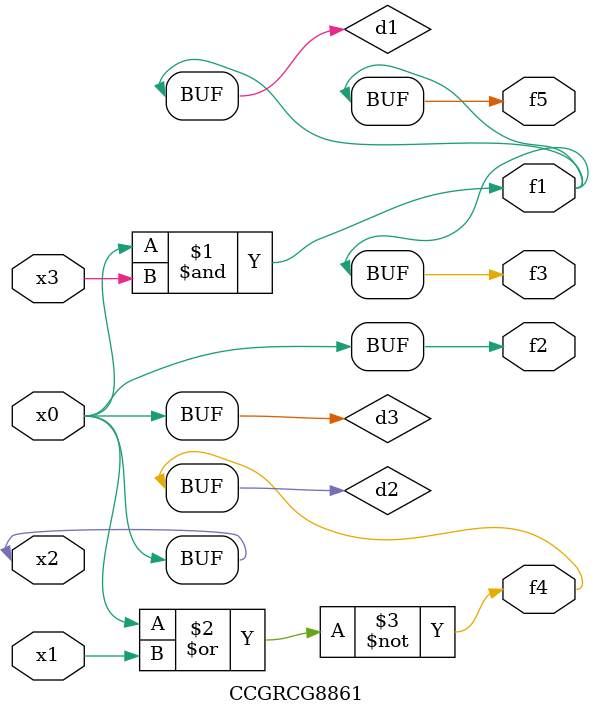
<source format=v>
module CCGRCG8861(
	input x0, x1, x2, x3,
	output f1, f2, f3, f4, f5
);

	wire d1, d2, d3;

	and (d1, x2, x3);
	nor (d2, x0, x1);
	buf (d3, x0, x2);
	assign f1 = d1;
	assign f2 = d3;
	assign f3 = d1;
	assign f4 = d2;
	assign f5 = d1;
endmodule

</source>
